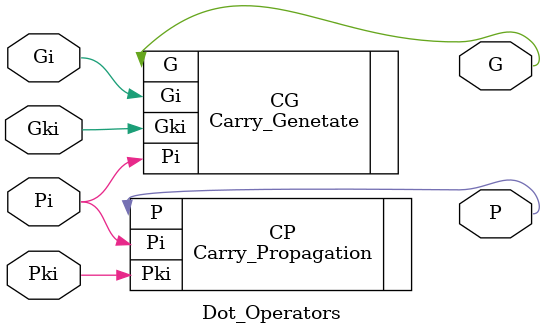
<source format=sv>
module Dot_Operators (
	input logic Pi, Gi, Pki, Gki,
	output logic P, G
);

	Carry_Genetate CG (.Pi(Pi), .Gi(Gi), .Gki(Gki), .G(G));
	Carry_Propagation CP (.Pi(Pi), .Pki(Pki), .P(P));

endmodule
</source>
